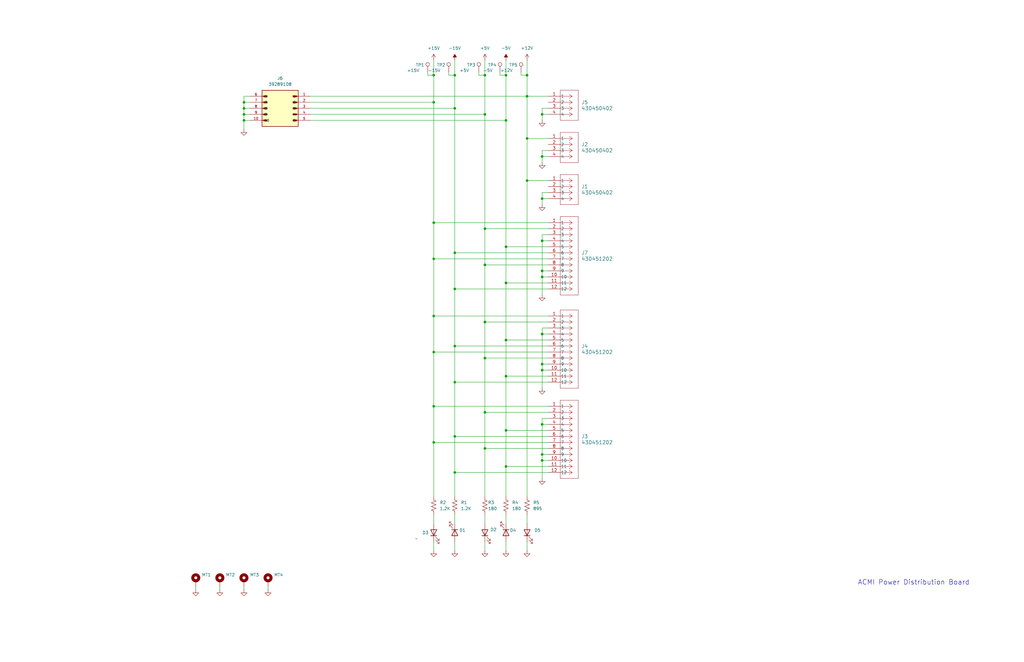
<source format=kicad_sch>
(kicad_sch (version 20250114) (generator "eeschema") (generator_version "9.0")
  (paper "B")
  (lib_symbols
    (symbol "Connector:TestPoint" (pin_numbers (hide yes)) (pin_names (offset 0.762) (hide yes))
      (property "Reference" "TP" (at 0 6.858 0))
      (property "Value" "TestPoint" (at 0 5.08 0))
      (symbol "TestPoint_0_1"
        (circle (center 0 3.302) (radius 0.762))
      )
      (symbol "TestPoint_1_1"
        (pin passive line (at 0 0 90) (length 2.54) (name "1") (number "1"))
      )
    )
    (symbol "Device:LED" (pin_numbers (hide yes)) (pin_names (offset 1.016) (hide yes))
      (property "Reference" "D" (at 0 2.54 0))
      (property "Value" "LED" (at 0 -2.54 0))
      (symbol "LED_0_1"
        (polyline (pts (xy -3.048 -0.762) (xy -4.572 -2.286) (xy -3.81 -2.286) (xy -4.572 -2.286) (xy -4.572 -1.524)))
        (polyline (pts (xy -1.778 -0.762) (xy -3.302 -2.286) (xy -2.54 -2.286) (xy -3.302 -2.286) (xy -3.302 -1.524)))
        (polyline (pts (xy -1.27 0) (xy 1.27 0)))
        (polyline (pts (xy -1.27 -1.27) (xy -1.27 1.27)) (stroke (width 0.254)))
        (polyline (pts (xy 1.27 -1.27) (xy 1.27 1.27) (xy -1.27 0) (xy 1.27 -1.27)) (stroke (width 0.254)))
      )
      (symbol "LED_1_1"
        (pin passive line (at -3.81 0 0) (length 2.54) (name "K") (number "1"))
        (pin passive line (at 3.81 0 180) (length 2.54) (name "A") (number "2"))
      )
    )
    (symbol "Device:R_US" (pin_numbers (hide yes)) (pin_names (offset 0))
      (property "Reference" "R" (at 2.54 0 90))
      (property "Value" "R_US" (at -2.54 0 90))
      (symbol "R_US_0_1"
        (polyline (pts (xy 0 2.286) (xy 0 2.54)))
        (polyline (pts (xy 0 2.286) (xy 1.016 1.905) (xy 0 1.524) (xy -1.016 1.143) (xy 0 0.762)))
        (polyline (pts (xy 0 0.762) (xy 1.016 0.381) (xy 0 0) (xy -1.016 -0.381) (xy 0 -0.762)))
        (polyline (pts (xy 0 -0.762) (xy 1.016 -1.143) (xy 0 -1.524) (xy -1.016 -1.905) (xy 0 -2.286)))
        (polyline (pts (xy 0 -2.286) (xy 0 -2.54)))
      )
      (symbol "R_US_1_1"
        (pin passive line (at 0 3.81 270) (length 1.27) (name "~") (number "1"))
        (pin passive line (at 0 -3.81 90) (length 1.27) (name "~") (number "2"))
      )
    )
    (symbol "Mechanical:MountingHole_Pad" (pin_numbers (hide yes)) (pin_names (offset 1.016) (hide yes)) (in_bom no)
      (property "Reference" "H" (at 0 6.35 0))
      (property "Value" "MountingHole_Pad" (at 0 4.445 0))
      (symbol "MountingHole_Pad_0_1"
        (circle (center 0 1.27) (radius 1.27) (stroke (width 1.27)))
      )
      (symbol "MountingHole_Pad_1_1"
        (pin input line (at 0 -2.54 90) (length 2.54) (name "1") (number "1"))
      )
    )
    (symbol "myparts:39289108" (pin_names (offset 1.016))
      (property "Reference" "J" (at -7.62 8.89 0))
      (property "Value" "39289108" (at -7.62 -10.16 0))
      (symbol "39289108_0_0"
        (polyline (pts (xy -7.62 5.08) (xy -5.715 5.08)) (stroke (width 0.254)))
        (polyline (pts (xy -7.62 2.54) (xy -5.715 2.54)) (stroke (width 0.254)))
        (polyline (pts (xy -7.62 0) (xy -5.715 0)) (stroke (width 0.254)))
        (polyline (pts (xy -7.62 -2.54) (xy -5.715 -2.54)) (stroke (width 0.254)))
        (polyline (pts (xy -7.62 -5.08) (xy -5.715 -5.08)) (stroke (width 0.254)))
        (rectangle (start -7.62 -7.62) (end 7.62 7.62) (stroke (width 0.254)) (fill (type background)))
        (rectangle (start -6.985 4.7625) (end -5.3975 5.3975) (stroke (width 0.1)) (fill (type outline)))
        (rectangle (start -6.985 2.2225) (end -5.3975 2.8575) (stroke (width 0.1)) (fill (type outline)))
        (rectangle (start -6.985 -0.3175) (end -5.3975 0.3175) (stroke (width 0.1)) (fill (type outline)))
        (rectangle (start -6.985 -2.8575) (end -5.3975 -2.2225) (stroke (width 0.1)) (fill (type outline)))
        (rectangle (start -6.985 -5.3975) (end -5.3975 -4.7625) (stroke (width 0.1)) (fill (type outline)))
        (rectangle (start 5.3975 4.7625) (end 6.985 5.3975) (stroke (width 0.1)) (fill (type outline)))
        (rectangle (start 5.3975 2.2225) (end 6.985 2.8575) (stroke (width 0.1)) (fill (type outline)))
        (rectangle (start 5.3975 -0.3175) (end 6.985 0.3175) (stroke (width 0.1)) (fill (type outline)))
        (rectangle (start 5.3975 -2.8575) (end 6.985 -2.2225) (stroke (width 0.1)) (fill (type outline)))
        (rectangle (start 5.3975 -5.3975) (end 6.985 -4.7625) (stroke (width 0.1)) (fill (type outline)))
        (polyline (pts (xy 7.62 5.08) (xy 5.715 5.08)) (stroke (width 0.254)))
        (polyline (pts (xy 7.62 2.54) (xy 5.715 2.54)) (stroke (width 0.254)))
        (polyline (pts (xy 7.62 0) (xy 5.715 0)) (stroke (width 0.254)))
        (polyline (pts (xy 7.62 -2.54) (xy 5.715 -2.54)) (stroke (width 0.254)))
        (polyline (pts (xy 7.62 -5.08) (xy 5.715 -5.08)) (stroke (width 0.254)))
        (pin passive line (at -12.7 5.08 0) (length 5.08) (name "1") (number "1"))
        (pin passive line (at -12.7 2.54 0) (length 5.08) (name "2") (number "2"))
        (pin passive line (at -12.7 0 0) (length 5.08) (name "3") (number "3"))
        (pin passive line (at -12.7 -2.54 0) (length 5.08) (name "4") (number "4"))
        (pin passive line (at -12.7 -5.08 0) (length 5.08) (name "5") (number "5"))
        (pin passive line (at 12.7 5.08 180) (length 5.08) (name "6") (number "6"))
        (pin passive line (at 12.7 2.54 180) (length 5.08) (name "7") (number "7"))
        (pin passive line (at 12.7 0 180) (length 5.08) (name "8") (number "8"))
        (pin passive line (at 12.7 -2.54 180) (length 5.08) (name "9") (number "9"))
        (pin passive line (at 12.7 -5.08 180) (length 5.08) (name "10") (number "10"))
      )
    )
    (symbol "myparts:430450402" (pin_names (offset 0.254))
      (property "Reference" "J" (at 8.89 6.35 0))
      (property "Value" "430450402" (at 0 0 0))
      (symbol "430450402_1_1"
        (polyline (pts (xy 5.08 2.54) (xy 5.08 -10.16)) (stroke (width 0.127)))
        (polyline (pts (xy 5.08 -10.16) (xy 12.7 -10.16)) (stroke (width 0.127)))
        (polyline (pts (xy 10.16 0) (xy 5.08 0)) (stroke (width 0.127)))
        (polyline (pts (xy 10.16 0) (xy 8.89 0.8467)) (stroke (width 0.127)))
        (polyline (pts (xy 10.16 0) (xy 8.89 -0.8467)) (stroke (width 0.127)))
        (polyline (pts (xy 10.16 -2.54) (xy 5.08 -2.54)) (stroke (width 0.127)))
        (polyline (pts (xy 10.16 -2.54) (xy 8.89 -1.6933)) (stroke (width 0.127)))
        (polyline (pts (xy 10.16 -2.54) (xy 8.89 -3.3867)) (stroke (width 0.127)))
        (polyline (pts (xy 10.16 -5.08) (xy 5.08 -5.08)) (stroke (width 0.127)))
        (polyline (pts (xy 10.16 -5.08) (xy 8.89 -4.2333)) (stroke (width 0.127)))
        (polyline (pts (xy 10.16 -5.08) (xy 8.89 -5.9267)) (stroke (width 0.127)))
        (polyline (pts (xy 10.16 -7.62) (xy 5.08 -7.62)) (stroke (width 0.127)))
        (polyline (pts (xy 10.16 -7.62) (xy 8.89 -6.7733)) (stroke (width 0.127)))
        (polyline (pts (xy 10.16 -7.62) (xy 8.89 -8.4667)) (stroke (width 0.127)))
        (polyline (pts (xy 12.7 2.54) (xy 5.08 2.54)) (stroke (width 0.127)))
        (polyline (pts (xy 12.7 -10.16) (xy 12.7 2.54)) (stroke (width 0.127)))
        (pin unspecified line (at 0 0 0) (length 5.08) (name "1") (number "1"))
        (pin unspecified line (at 0 -2.54 0) (length 5.08) (name "2") (number "2"))
        (pin unspecified line (at 0 -5.08 0) (length 5.08) (name "3") (number "3"))
        (pin unspecified line (at 0 -7.62 0) (length 5.08) (name "4") (number "4"))
      )
      (symbol "430450402_1_2"
        (polyline (pts (xy 5.08 2.54) (xy 5.08 -10.16)) (stroke (width 0.127)))
        (polyline (pts (xy 5.08 -10.16) (xy 12.7 -10.16)) (stroke (width 0.127)))
        (polyline (pts (xy 7.62 0) (xy 5.08 0)) (stroke (width 0.127)))
        (polyline (pts (xy 7.62 0) (xy 8.89 0.8467)) (stroke (width 0.127)))
        (polyline (pts (xy 7.62 0) (xy 8.89 -0.8467)) (stroke (width 0.127)))
        (polyline (pts (xy 7.62 -2.54) (xy 5.08 -2.54)) (stroke (width 0.127)))
        (polyline (pts (xy 7.62 -2.54) (xy 8.89 -1.6933)) (stroke (width 0.127)))
        (polyline (pts (xy 7.62 -2.54) (xy 8.89 -3.3867)) (stroke (width 0.127)))
        (polyline (pts (xy 7.62 -5.08) (xy 5.08 -5.08)) (stroke (width 0.127)))
        (polyline (pts (xy 7.62 -5.08) (xy 8.89 -4.2333)) (stroke (width 0.127)))
        (polyline (pts (xy 7.62 -5.08) (xy 8.89 -5.9267)) (stroke (width 0.127)))
        (polyline (pts (xy 7.62 -7.62) (xy 5.08 -7.62)) (stroke (width 0.127)))
        (polyline (pts (xy 7.62 -7.62) (xy 8.89 -6.7733)) (stroke (width 0.127)))
        (polyline (pts (xy 7.62 -7.62) (xy 8.89 -8.4667)) (stroke (width 0.127)))
        (polyline (pts (xy 12.7 2.54) (xy 5.08 2.54)) (stroke (width 0.127)))
        (polyline (pts (xy 12.7 -10.16) (xy 12.7 2.54)) (stroke (width 0.127)))
        (pin unspecified line (at 0 0 0) (length 5.08) (name "1") (number "1"))
        (pin unspecified line (at 0 -2.54 0) (length 5.08) (name "2") (number "2"))
        (pin unspecified line (at 0 -5.08 0) (length 5.08) (name "3") (number "3"))
        (pin unspecified line (at 0 -7.62 0) (length 5.08) (name "4") (number "4"))
      )
    )
    (symbol "myparts:430451202" (pin_names (offset 0.254))
      (property "Reference" "J" (at 8.89 6.35 0))
      (property "Value" "430451202" (at 0 0 0))
      (symbol "430451202_1_1"
        (polyline (pts (xy 5.08 2.54) (xy 5.08 -30.48)) (stroke (width 0.127)))
        (polyline (pts (xy 5.08 -30.48) (xy 12.7 -30.48)) (stroke (width 0.127)))
        (polyline (pts (xy 10.16 0) (xy 5.08 0)) (stroke (width 0.127)))
        (polyline (pts (xy 10.16 0) (xy 8.89 0.8467)) (stroke (width 0.127)))
        (polyline (pts (xy 10.16 0) (xy 8.89 -0.8467)) (stroke (width 0.127)))
        (polyline (pts (xy 10.16 -2.54) (xy 5.08 -2.54)) (stroke (width 0.127)))
        (polyline (pts (xy 10.16 -2.54) (xy 8.89 -1.6933)) (stroke (width 0.127)))
        (polyline (pts (xy 10.16 -2.54) (xy 8.89 -3.3867)) (stroke (width 0.127)))
        (polyline (pts (xy 10.16 -5.08) (xy 5.08 -5.08)) (stroke (width 0.127)))
        (polyline (pts (xy 10.16 -5.08) (xy 8.89 -4.2333)) (stroke (width 0.127)))
        (polyline (pts (xy 10.16 -5.08) (xy 8.89 -5.9267)) (stroke (width 0.127)))
        (polyline (pts (xy 10.16 -7.62) (xy 5.08 -7.62)) (stroke (width 0.127)))
        (polyline (pts (xy 10.16 -7.62) (xy 8.89 -6.7733)) (stroke (width 0.127)))
        (polyline (pts (xy 10.16 -7.62) (xy 8.89 -8.4667)) (stroke (width 0.127)))
        (polyline (pts (xy 10.16 -10.16) (xy 5.08 -10.16)) (stroke (width 0.127)))
        (polyline (pts (xy 10.16 -10.16) (xy 8.89 -9.3133)) (stroke (width 0.127)))
        (polyline (pts (xy 10.16 -10.16) (xy 8.89 -11.0067)) (stroke (width 0.127)))
        (polyline (pts (xy 10.16 -12.7) (xy 5.08 -12.7)) (stroke (width 0.127)))
        (polyline (pts (xy 10.16 -12.7) (xy 8.89 -11.8533)) (stroke (width 0.127)))
        (polyline (pts (xy 10.16 -12.7) (xy 8.89 -13.5467)) (stroke (width 0.127)))
        (polyline (pts (xy 10.16 -15.24) (xy 5.08 -15.24)) (stroke (width 0.127)))
        (polyline (pts (xy 10.16 -15.24) (xy 8.89 -14.3933)) (stroke (width 0.127)))
        (polyline (pts (xy 10.16 -15.24) (xy 8.89 -16.0867)) (stroke (width 0.127)))
        (polyline (pts (xy 10.16 -17.78) (xy 5.08 -17.78)) (stroke (width 0.127)))
        (polyline (pts (xy 10.16 -17.78) (xy 8.89 -16.9333)) (stroke (width 0.127)))
        (polyline (pts (xy 10.16 -17.78) (xy 8.89 -18.6267)) (stroke (width 0.127)))
        (polyline (pts (xy 10.16 -20.32) (xy 5.08 -20.32)) (stroke (width 0.127)))
        (polyline (pts (xy 10.16 -20.32) (xy 8.89 -19.4733)) (stroke (width 0.127)))
        (polyline (pts (xy 10.16 -20.32) (xy 8.89 -21.1667)) (stroke (width 0.127)))
        (polyline (pts (xy 10.16 -22.86) (xy 5.08 -22.86)) (stroke (width 0.127)))
        (polyline (pts (xy 10.16 -22.86) (xy 8.89 -22.0133)) (stroke (width 0.127)))
        (polyline (pts (xy 10.16 -22.86) (xy 8.89 -23.7067)) (stroke (width 0.127)))
        (polyline (pts (xy 10.16 -25.4) (xy 5.08 -25.4)) (stroke (width 0.127)))
        (polyline (pts (xy 10.16 -25.4) (xy 8.89 -24.5533)) (stroke (width 0.127)))
        (polyline (pts (xy 10.16 -25.4) (xy 8.89 -26.2467)) (stroke (width 0.127)))
        (polyline (pts (xy 10.16 -27.94) (xy 5.08 -27.94)) (stroke (width 0.127)))
        (polyline (pts (xy 10.16 -27.94) (xy 8.89 -27.0933)) (stroke (width 0.127)))
        (polyline (pts (xy 10.16 -27.94) (xy 8.89 -28.7867)) (stroke (width 0.127)))
        (polyline (pts (xy 12.7 2.54) (xy 5.08 2.54)) (stroke (width 0.127)))
        (polyline (pts (xy 12.7 -30.48) (xy 12.7 2.54)) (stroke (width 0.127)))
        (pin unspecified line (at 0 0 0) (length 5.08) (name "1") (number "1"))
        (pin unspecified line (at 0 -2.54 0) (length 5.08) (name "2") (number "2"))
        (pin unspecified line (at 0 -5.08 0) (length 5.08) (name "3") (number "3"))
        (pin unspecified line (at 0 -7.62 0) (length 5.08) (name "4") (number "4"))
        (pin unspecified line (at 0 -10.16 0) (length 5.08) (name "5") (number "5"))
        (pin unspecified line (at 0 -12.7 0) (length 5.08) (name "6") (number "6"))
        (pin unspecified line (at 0 -15.24 0) (length 5.08) (name "7") (number "7"))
        (pin unspecified line (at 0 -17.78 0) (length 5.08) (name "8") (number "8"))
        (pin unspecified line (at 0 -20.32 0) (length 5.08) (name "9") (number "9"))
        (pin unspecified line (at 0 -22.86 0) (length 5.08) (name "10") (number "10"))
        (pin unspecified line (at 0 -25.4 0) (length 5.08) (name "11") (number "11"))
        (pin unspecified line (at 0 -27.94 0) (length 5.08) (name "12") (number "12"))
      )
      (symbol "430451202_1_2"
        (polyline (pts (xy 5.08 2.54) (xy 5.08 -30.48)) (stroke (width 0.127)))
        (polyline (pts (xy 5.08 -30.48) (xy 12.7 -30.48)) (stroke (width 0.127)))
        (polyline (pts (xy 7.62 0) (xy 5.08 0)) (stroke (width 0.127)))
        (polyline (pts (xy 7.62 0) (xy 8.89 0.8467)) (stroke (width 0.127)))
        (polyline (pts (xy 7.62 0) (xy 8.89 -0.8467)) (stroke (width 0.127)))
        (polyline (pts (xy 7.62 -2.54) (xy 5.08 -2.54)) (stroke (width 0.127)))
        (polyline (pts (xy 7.62 -2.54) (xy 8.89 -1.6933)) (stroke (width 0.127)))
        (polyline (pts (xy 7.62 -2.54) (xy 8.89 -3.3867)) (stroke (width 0.127)))
        (polyline (pts (xy 7.62 -5.08) (xy 5.08 -5.08)) (stroke (width 0.127)))
        (polyline (pts (xy 7.62 -5.08) (xy 8.89 -4.2333)) (stroke (width 0.127)))
        (polyline (pts (xy 7.62 -5.08) (xy 8.89 -5.9267)) (stroke (width 0.127)))
        (polyline (pts (xy 7.62 -7.62) (xy 5.08 -7.62)) (stroke (width 0.127)))
        (polyline (pts (xy 7.62 -7.62) (xy 8.89 -6.7733)) (stroke (width 0.127)))
        (polyline (pts (xy 7.62 -7.62) (xy 8.89 -8.4667)) (stroke (width 0.127)))
        (polyline (pts (xy 7.62 -10.16) (xy 5.08 -10.16)) (stroke (width 0.127)))
        (polyline (pts (xy 7.62 -10.16) (xy 8.89 -9.3133)) (stroke (width 0.127)))
        (polyline (pts (xy 7.62 -10.16) (xy 8.89 -11.0067)) (stroke (width 0.127)))
        (polyline (pts (xy 7.62 -12.7) (xy 5.08 -12.7)) (stroke (width 0.127)))
        (polyline (pts (xy 7.62 -12.7) (xy 8.89 -11.8533)) (stroke (width 0.127)))
        (polyline (pts (xy 7.62 -12.7) (xy 8.89 -13.5467)) (stroke (width 0.127)))
        (polyline (pts (xy 7.62 -15.24) (xy 5.08 -15.24)) (stroke (width 0.127)))
        (polyline (pts (xy 7.62 -15.24) (xy 8.89 -14.3933)) (stroke (width 0.127)))
        (polyline (pts (xy 7.62 -15.24) (xy 8.89 -16.0867)) (stroke (width 0.127)))
        (polyline (pts (xy 7.62 -17.78) (xy 5.08 -17.78)) (stroke (width 0.127)))
        (polyline (pts (xy 7.62 -17.78) (xy 8.89 -16.9333)) (stroke (width 0.127)))
        (polyline (pts (xy 7.62 -17.78) (xy 8.89 -18.6267)) (stroke (width 0.127)))
        (polyline (pts (xy 7.62 -20.32) (xy 5.08 -20.32)) (stroke (width 0.127)))
        (polyline (pts (xy 7.62 -20.32) (xy 8.89 -19.4733)) (stroke (width 0.127)))
        (polyline (pts (xy 7.62 -20.32) (xy 8.89 -21.1667)) (stroke (width 0.127)))
        (polyline (pts (xy 7.62 -22.86) (xy 5.08 -22.86)) (stroke (width 0.127)))
        (polyline (pts (xy 7.62 -22.86) (xy 8.89 -22.0133)) (stroke (width 0.127)))
        (polyline (pts (xy 7.62 -22.86) (xy 8.89 -23.7067)) (stroke (width 0.127)))
        (polyline (pts (xy 7.62 -25.4) (xy 5.08 -25.4)) (stroke (width 0.127)))
        (polyline (pts (xy 7.62 -25.4) (xy 8.89 -24.5533)) (stroke (width 0.127)))
        (polyline (pts (xy 7.62 -25.4) (xy 8.89 -26.2467)) (stroke (width 0.127)))
        (polyline (pts (xy 7.62 -27.94) (xy 5.08 -27.94)) (stroke (width 0.127)))
        (polyline (pts (xy 7.62 -27.94) (xy 8.89 -27.0933)) (stroke (width 0.127)))
        (polyline (pts (xy 7.62 -27.94) (xy 8.89 -28.7867)) (stroke (width 0.127)))
        (polyline (pts (xy 12.7 2.54) (xy 5.08 2.54)) (stroke (width 0.127)))
        (polyline (pts (xy 12.7 -30.48) (xy 12.7 2.54)) (stroke (width 0.127)))
        (pin unspecified line (at 0 0 0) (length 5.08) (name "1") (number "1"))
        (pin unspecified line (at 0 -2.54 0) (length 5.08) (name "2") (number "2"))
        (pin unspecified line (at 0 -5.08 0) (length 5.08) (name "3") (number "3"))
        (pin unspecified line (at 0 -7.62 0) (length 5.08) (name "4") (number "4"))
        (pin unspecified line (at 0 -10.16 0) (length 5.08) (name "5") (number "5"))
        (pin unspecified line (at 0 -12.7 0) (length 5.08) (name "6") (number "6"))
        (pin unspecified line (at 0 -15.24 0) (length 5.08) (name "7") (number "7"))
        (pin unspecified line (at 0 -17.78 0) (length 5.08) (name "8") (number "8"))
        (pin unspecified line (at 0 -20.32 0) (length 5.08) (name "9") (number "9"))
        (pin unspecified line (at 0 -22.86 0) (length 5.08) (name "10") (number "10"))
        (pin unspecified line (at 0 -25.4 0) (length 5.08) (name "11") (number "11"))
        (pin unspecified line (at 0 -27.94 0) (length 5.08) (name "12") (number "12"))
      )
    )
    (symbol "myparts:LED-0805" (pin_numbers (hide yes)) (pin_names (offset 1.016) (hide yes))
      (property "Reference" "D" (at 0 2.54 0))
      (property "Value" "LED-0805" (at 0 -2.54 0))
      (symbol "LED-0805_0_1"
        (polyline (pts (xy -3.048 -0.762) (xy -4.572 -2.286) (xy -3.81 -2.286) (xy -4.572 -2.286) (xy -4.572 -1.524)))
        (polyline (pts (xy -1.778 -0.762) (xy -3.302 -2.286) (xy -2.54 -2.286) (xy -3.302 -2.286) (xy -3.302 -1.524)))
        (polyline (pts (xy -1.27 0) (xy 1.27 0)))
        (polyline (pts (xy -1.27 -1.27) (xy -1.27 1.27)) (stroke (width 0.254)))
        (polyline (pts (xy 1.27 -1.27) (xy 1.27 1.27) (xy -1.27 0) (xy 1.27 -1.27)) (stroke (width 0.254)))
      )
      (symbol "LED-0805_1_1"
        (pin passive line (at -3.81 0 0) (length 2.54) (name "K") (number "1"))
        (pin passive line (at 3.81 0 180) (length 2.54) (name "A") (number "2"))
      )
    )
    (symbol "power:+12V" (power) (pin_numbers (hide yes)) (pin_names (offset 0) (hide yes))
      (property "Value" "+12V" (at 0 3.556 0))
      (symbol "+12V_0_1"
        (polyline (pts (xy -0.762 1.27) (xy 0 2.54)))
        (polyline (pts (xy 0 2.54) (xy 0.762 1.27)))
        (polyline (pts (xy 0 0) (xy 0 2.54)))
      )
      (symbol "+12V_1_1"
        (pin power_in line (at 0 0 90) (length 0) (name "~") (number "1"))
      )
    )
    (symbol "power:+15V" (power) (pin_numbers (hide yes)) (pin_names (offset 0) (hide yes))
      (property "Value" "+15V" (at 0 3.556 0))
      (symbol "+15V_0_1"
        (polyline (pts (xy -0.762 1.27) (xy 0 2.54)))
        (polyline (pts (xy 0 2.54) (xy 0.762 1.27)))
        (polyline (pts (xy 0 0) (xy 0 2.54)))
      )
      (symbol "+15V_1_1"
        (pin power_in line (at 0 0 90) (length 0) (name "~") (number "1"))
      )
    )
    (symbol "power:+5V" (power) (pin_numbers (hide yes)) (pin_names (offset 0) (hide yes))
      (property "Value" "+5V" (at 0 3.556 0))
      (symbol "+5V_0_1"
        (polyline (pts (xy -0.762 1.27) (xy 0 2.54)))
        (polyline (pts (xy 0 2.54) (xy 0.762 1.27)))
        (polyline (pts (xy 0 0) (xy 0 2.54)))
      )
      (symbol "+5V_1_1"
        (pin power_in line (at 0 0 90) (length 0) (name "~") (number "1"))
      )
    )
    (symbol "power:-15V" (power) (pin_numbers (hide yes)) (pin_names (offset 0) (hide yes))
      (property "Value" "-15V" (at 0 3.556 0))
      (symbol "-15V_0_0"
        (pin power_in line (at 0 0 90) (length 0) (name "~") (number "1"))
      )
      (symbol "-15V_0_1"
        (polyline (pts (xy 0 0) (xy 0 1.27) (xy 0.762 1.27) (xy 0 2.54) (xy -0.762 1.27) (xy 0 1.27)) (fill (type outline)))
      )
    )
    (symbol "power:-5V" (power) (pin_numbers (hide yes)) (pin_names (offset 0) (hide yes))
      (property "Value" "-5V" (at 0 3.556 0))
      (symbol "-5V_0_0"
        (pin power_in line (at 0 0 90) (length 0) (name "~") (number "1"))
      )
      (symbol "-5V_0_1"
        (polyline (pts (xy 0 0) (xy 0 1.27) (xy 0.762 1.27) (xy 0 2.54) (xy -0.762 1.27) (xy 0 1.27)) (fill (type outline)))
      )
    )
    (symbol "power:GND" (power) (pin_numbers (hide yes)) (pin_names (offset 0) (hide yes))
      (property "Value" "GND" (at 0 -3.81 0))
      (symbol "GND_0_1"
        (polyline (pts (xy 0 0) (xy 0 -1.27) (xy 1.27 -1.27) (xy 0 -2.54) (xy -1.27 -1.27) (xy 0 -1.27)))
      )
      (symbol "GND_1_1"
        (pin power_in line (at 0 0 270) (length 0) (name "~") (number "1"))
      )
    )
  )
  (text "ACMI Power Distribution Board" (at 385.318 245.872 0) (effects (font (size 2.032 2.032))))
  (junction (at 182.88 186.69))
  (junction (at 222.25 31.75))
  (junction (at 182.88 148.59))
  (junction (at 213.36 31.75))
  (junction (at 102.87 48.26))
  (junction (at 228.6 114.3))
  (junction (at 204.47 135.89))
  (junction (at 204.47 151.13))
  (junction (at 191.77 106.68))
  (junction (at 228.6 140.97))
  (junction (at 191.77 199.39))
  (junction (at 228.6 156.21))
  (junction (at 213.36 143.51))
  (junction (at 191.77 184.15))
  (junction (at 102.87 45.72))
  (junction (at 204.47 173.99))
  (junction (at 182.88 93.98))
  (junction (at 191.77 31.75))
  (junction (at 213.36 104.14))
  (junction (at 228.6 48.26))
  (junction (at 228.6 83.82))
  (junction (at 213.36 158.75))
  (junction (at 191.77 146.05))
  (junction (at 228.6 153.67))
  (junction (at 213.36 50.8))
  (junction (at 228.6 66.04))
  (junction (at 228.6 194.31))
  (junction (at 204.47 96.52))
  (junction (at 222.25 58.42))
  (junction (at 213.36 119.38))
  (junction (at 102.87 43.18))
  (junction (at 204.47 48.26))
  (junction (at 182.88 133.35))
  (junction (at 228.6 179.07))
  (junction (at 222.25 76.2))
  (junction (at 182.88 171.45))
  (junction (at 204.47 189.23))
  (junction (at 228.6 191.77))
  (junction (at 102.87 50.8))
  (junction (at 182.88 43.18))
  (junction (at 191.77 121.92))
  (junction (at 191.77 45.72))
  (junction (at 213.36 196.85))
  (junction (at 191.77 161.29))
  (junction (at 228.6 101.6))
  (junction (at 182.88 109.22))
  (junction (at 222.25 40.64))
  (junction (at 182.88 31.75))
  (junction (at 228.6 116.84))
  (junction (at 204.47 111.76))
  (junction (at 204.47 31.75))
  (junction (at 213.36 181.61))
  (wire (pts (xy 228.6 194.31) (xy 231.14 194.31)))
  (wire (pts (xy 231.14 111.76) (xy 204.47 111.76)))
  (wire (pts (xy 231.14 81.28) (xy 228.6 81.28)))
  (wire (pts (xy 102.87 43.18) (xy 105.41 43.18)))
  (wire (pts (xy 228.6 116.84) (xy 228.6 124.46)))
  (wire (pts (xy 228.6 194.31) (xy 228.6 201.93)))
  (wire (pts (xy 191.77 161.29) (xy 191.77 184.15)))
  (wire (pts (xy 102.87 48.26) (xy 102.87 50.8)))
  (wire (pts (xy 182.88 220.98) (xy 182.88 217.17)))
  (wire (pts (xy 231.14 158.75) (xy 213.36 158.75)))
  (wire (pts (xy 228.6 191.77) (xy 228.6 194.31)))
  (wire (pts (xy 213.36 31.75) (xy 213.36 50.8)))
  (wire (pts (xy 82.55 248.92) (xy 82.55 247.65)))
  (wire (pts (xy 231.14 148.59) (xy 182.88 148.59)))
  (wire (pts (xy 228.6 140.97) (xy 228.6 153.67)))
  (wire (pts (xy 204.47 31.75) (xy 204.47 48.26)))
  (wire (pts (xy 219.71 31.75) (xy 222.25 31.75)))
  (wire (pts (xy 191.77 199.39) (xy 191.77 209.55)))
  (wire (pts (xy 204.47 232.41) (xy 204.47 228.6)))
  (wire (pts (xy 182.88 148.59) (xy 182.88 171.45)))
  (wire (pts (xy 191.77 232.41) (xy 191.77 228.6)))
  (wire (pts (xy 228.6 114.3) (xy 228.6 116.84)))
  (wire (pts (xy 180.34 30.48) (xy 180.34 31.75)))
  (wire (pts (xy 191.77 31.75) (xy 191.77 45.72)))
  (wire (pts (xy 92.71 248.92) (xy 92.71 247.65)))
  (wire (pts (xy 231.14 184.15) (xy 191.77 184.15)))
  (wire (pts (xy 213.36 158.75) (xy 213.36 181.61)))
  (wire (pts (xy 228.6 156.21) (xy 231.14 156.21)))
  (wire (pts (xy 204.47 220.98) (xy 204.47 217.17)))
  (wire (pts (xy 231.14 93.98) (xy 182.88 93.98)))
  (wire (pts (xy 189.23 30.48) (xy 189.23 31.75)))
  (wire (pts (xy 191.77 45.72) (xy 191.77 106.68)))
  (wire (pts (xy 228.6 153.67) (xy 228.6 156.21)))
  (wire (pts (xy 130.81 50.8) (xy 213.36 50.8)))
  (wire (pts (xy 222.25 220.98) (xy 222.25 217.17)))
  (wire (pts (xy 231.14 76.2) (xy 222.25 76.2)))
  (wire (pts (xy 201.93 30.48) (xy 201.93 31.75)))
  (wire (pts (xy 213.36 119.38) (xy 213.36 143.51)))
  (wire (pts (xy 231.14 138.43) (xy 228.6 138.43)))
  (wire (pts (xy 204.47 96.52) (xy 231.14 96.52)))
  (wire (pts (xy 228.6 114.3) (xy 231.14 114.3)))
  (wire (pts (xy 228.6 140.97) (xy 231.14 140.97)))
  (wire (pts (xy 105.41 40.64) (xy 102.87 40.64)))
  (wire (pts (xy 182.88 109.22) (xy 182.88 133.35)))
  (wire (pts (xy 189.23 31.75) (xy 191.77 31.75)))
  (wire (pts (xy 222.25 76.2) (xy 222.25 58.42)))
  (wire (pts (xy 180.34 31.75) (xy 182.88 31.75)))
  (wire (pts (xy 204.47 96.52) (xy 204.47 111.76)))
  (wire (pts (xy 222.25 76.2) (xy 222.25 209.55)))
  (wire (pts (xy 228.6 45.72) (xy 228.6 48.26)))
  (wire (pts (xy 228.6 101.6) (xy 228.6 114.3)))
  (wire (pts (xy 182.88 43.18) (xy 182.88 93.98)))
  (wire (pts (xy 204.47 173.99) (xy 231.14 173.99)))
  (wire (pts (xy 182.88 186.69) (xy 182.88 171.45)))
  (wire (pts (xy 219.71 30.48) (xy 219.71 31.75)))
  (wire (pts (xy 231.14 196.85) (xy 213.36 196.85)))
  (wire (pts (xy 231.14 133.35) (xy 182.88 133.35)))
  (wire (pts (xy 102.87 45.72) (xy 105.41 45.72)))
  (wire (pts (xy 102.87 40.64) (xy 102.87 43.18)))
  (wire (pts (xy 228.6 179.07) (xy 231.14 179.07)))
  (wire (pts (xy 228.6 179.07) (xy 228.6 191.77)))
  (wire (pts (xy 182.88 25.4) (xy 182.88 31.75)))
  (wire (pts (xy 204.47 111.76) (xy 204.47 135.89)))
  (wire (pts (xy 228.6 83.82) (xy 228.6 86.36)))
  (wire (pts (xy 228.6 153.67) (xy 231.14 153.67)))
  (wire (pts (xy 228.6 138.43) (xy 228.6 140.97)))
  (wire (pts (xy 231.14 146.05) (xy 191.77 146.05)))
  (wire (pts (xy 130.81 48.26) (xy 204.47 48.26)))
  (wire (pts (xy 191.77 199.39) (xy 191.77 184.15)))
  (wire (pts (xy 228.6 48.26) (xy 228.6 50.8)))
  (wire (pts (xy 231.14 119.38) (xy 213.36 119.38)))
  (wire (pts (xy 204.47 173.99) (xy 204.47 189.23)))
  (wire (pts (xy 231.14 176.53) (xy 228.6 176.53)))
  (wire (pts (xy 231.14 199.39) (xy 191.77 199.39)))
  (wire (pts (xy 213.36 104.14) (xy 213.36 119.38)))
  (wire (pts (xy 231.14 121.92) (xy 191.77 121.92)))
  (wire (pts (xy 102.87 43.18) (xy 102.87 45.72)))
  (wire (pts (xy 228.6 99.06) (xy 228.6 101.6)))
  (wire (pts (xy 113.03 248.92) (xy 113.03 247.65)))
  (wire (pts (xy 102.87 48.26) (xy 105.41 48.26)))
  (wire (pts (xy 130.81 45.72) (xy 191.77 45.72)))
  (wire (pts (xy 102.87 45.72) (xy 102.87 48.26)))
  (wire (pts (xy 231.14 83.82) (xy 228.6 83.82)))
  (wire (pts (xy 102.87 50.8) (xy 105.41 50.8)))
  (wire (pts (xy 130.81 40.64) (xy 222.25 40.64)))
  (wire (pts (xy 231.14 45.72) (xy 228.6 45.72)))
  (wire (pts (xy 222.25 25.4) (xy 222.25 31.75)))
  (wire (pts (xy 231.14 58.42) (xy 222.25 58.42)))
  (wire (pts (xy 182.88 232.41) (xy 182.88 228.6)))
  (wire (pts (xy 201.93 31.75) (xy 204.47 31.75)))
  (wire (pts (xy 228.6 176.53) (xy 228.6 179.07)))
  (wire (pts (xy 231.14 106.68) (xy 191.77 106.68)))
  (wire (pts (xy 213.36 196.85) (xy 213.36 209.55)))
  (wire (pts (xy 204.47 189.23) (xy 204.47 209.55)))
  (wire (pts (xy 210.82 30.48) (xy 210.82 31.75)))
  (wire (pts (xy 210.82 31.75) (xy 213.36 31.75)))
  (wire (pts (xy 191.77 121.92) (xy 191.77 146.05)))
  (wire (pts (xy 102.87 50.8) (xy 102.87 54.61)))
  (wire (pts (xy 228.6 116.84) (xy 231.14 116.84)))
  (wire (pts (xy 222.25 58.42) (xy 222.25 40.64)))
  (wire (pts (xy 231.14 66.04) (xy 228.6 66.04)))
  (wire (pts (xy 213.36 158.75) (xy 213.36 143.51)))
  (wire (pts (xy 231.14 143.51) (xy 213.36 143.51)))
  (wire (pts (xy 191.77 106.68) (xy 191.77 121.92)))
  (wire (pts (xy 182.88 148.59) (xy 182.88 133.35)))
  (wire (pts (xy 231.14 161.29) (xy 191.77 161.29)))
  (wire (pts (xy 204.47 48.26) (xy 204.47 96.52)))
  (wire (pts (xy 222.25 232.41) (xy 222.25 228.6)))
  (wire (pts (xy 213.36 50.8) (xy 213.36 104.14)))
  (wire (pts (xy 228.6 191.77) (xy 231.14 191.77)))
  (wire (pts (xy 182.88 93.98) (xy 182.88 109.22)))
  (wire (pts (xy 228.6 101.6) (xy 231.14 101.6)))
  (wire (pts (xy 222.25 40.64) (xy 231.14 40.64)))
  (wire (pts (xy 191.77 220.98) (xy 191.77 217.17)))
  (wire (pts (xy 222.25 31.75) (xy 222.25 40.64)))
  (wire (pts (xy 204.47 135.89) (xy 231.14 135.89)))
  (wire (pts (xy 228.6 156.21) (xy 228.6 163.83)))
  (wire (pts (xy 231.14 109.22) (xy 182.88 109.22)))
  (wire (pts (xy 213.36 232.41) (xy 213.36 228.6)))
  (wire (pts (xy 204.47 135.89) (xy 204.47 151.13)))
  (wire (pts (xy 231.14 171.45) (xy 182.88 171.45)))
  (wire (pts (xy 228.6 81.28) (xy 228.6 83.82)))
  (wire (pts (xy 102.87 248.92) (xy 102.87 247.65)))
  (wire (pts (xy 213.36 31.75) (xy 213.36 25.4)))
  (wire (pts (xy 213.36 196.85) (xy 213.36 181.61)))
  (wire (pts (xy 231.14 63.5) (xy 228.6 63.5)))
  (wire (pts (xy 191.77 161.29) (xy 191.77 146.05)))
  (wire (pts (xy 231.14 48.26) (xy 228.6 48.26)))
  (wire (pts (xy 231.14 186.69) (xy 182.88 186.69)))
  (wire (pts (xy 231.14 181.61) (xy 213.36 181.61)))
  (wire (pts (xy 231.14 189.23) (xy 204.47 189.23)))
  (wire (pts (xy 182.88 186.69) (xy 182.88 209.55)))
  (wire (pts (xy 191.77 31.75) (xy 191.77 25.4)))
  (wire (pts (xy 130.81 43.18) (xy 182.88 43.18)))
  (wire (pts (xy 204.47 25.4) (xy 204.47 31.75)))
  (wire (pts (xy 231.14 151.13) (xy 204.47 151.13)))
  (wire (pts (xy 231.14 104.14) (xy 213.36 104.14)))
  (wire (pts (xy 228.6 66.04) (xy 228.6 68.58)))
  (wire (pts (xy 231.14 99.06) (xy 228.6 99.06)))
  (wire (pts (xy 213.36 220.98) (xy 213.36 217.17)))
  (wire (pts (xy 182.88 31.75) (xy 182.88 43.18)))
  (wire (pts (xy 204.47 151.13) (xy 204.47 173.99)))
  (wire (pts (xy 228.6 63.5) (xy 228.6 66.04)))
  (symbol (lib_id "myparts:430451202") (at 231.14 171.45 0) (unit 1)
    (property "Reference" "J3" (at 245.11 184.1499 0) (effects (font (size 1.524 1.524)) (justify left)))
    (property "Value" "430451202" (at 245.11 186.6899 0) (effects (font (size 1.524 1.524)) (justify left)))
    (property "Footprint" "myparts:CONN_SD-43045-001_12_MOL" (effects (hide yes)))
    (property "Datasheet" "https://www.molex.com/en-us/products/part-detail-pdf/430451202?display=pdf" (effects (hide yes)))
    (property "MFG" "Molex" (effects (hide yes)))
    (property "MFG_PN" "43045-1202" (effects (hide yes)))
  )
  (symbol (lib_id "power:+15V") (at 182.88 25.4 0) (unit 1)
    (property "Reference" "#PWR05" (effects (hide yes)))
    (property "Value" "+15V" (at 182.88 20.32 0))
    (property "Description" "Power symbol creates a global label with name \"+15V\"" (effects (hide yes)))
  )
  (symbol (lib_id "power:-15V") (at 191.77 25.4 0) (unit 1)
    (property "Reference" "#PWR08" (effects (hide yes)))
    (property "Value" "-15V" (at 191.77 20.32 0))
    (property "Description" "Power symbol creates a global label with name \"-15V\"" (effects (hide yes)))
  )
  (symbol (lib_id "Mechanical:MountingHole_Pad") (at 92.71 245.11 0) (unit 1) (in_bom no)
    (property "Reference" "MT2" (at 95.25 242.5699 0) (effects (justify left)))
    (property "Value" "MountingHole_Pad" (effects (hide yes)))
    (property "Footprint" "MountingHole:MountingHole_4.3mm_M4_DIN965_Pad" (effects (hide yes)))
    (property "Description" "Mounting Hole with connection" (effects (hide yes)))
  )
  (symbol (lib_id "Mechanical:MountingHole_Pad") (at 102.87 245.11 0) (unit 1) (in_bom no)
    (property "Reference" "MT3" (at 105.41 242.5699 0) (effects (justify left)))
    (property "Value" "MountingHole_Pad" (effects (hide yes)))
    (property "Footprint" "MountingHole:MountingHole_4.3mm_M4_DIN965_Pad" (effects (hide yes)))
    (property "Description" "Mounting Hole with connection" (effects (hide yes)))
  )
  (symbol (lib_id "Device:R_US") (at 191.77 213.36 0) (unit 1)
    (property "Reference" "R1" (at 194.31 212.0899 0) (effects (justify left)))
    (property "Value" "1.2K" (at 194.31 214.6299 0) (effects (justify left)))
    (property "Footprint" "Resistor_SMD:R_0603_1608Metric" (effects (hide yes)))
    (property "Description" "Resistor, US symbol" (effects (hide yes)))
  )
  (symbol (lib_id "power:GND") (at 182.88 232.41 0) (unit 1)
    (property "Reference" "#PWR017" (effects (hide yes)))
    (property "Value" "GND" (effects (hide yes)))
    (property "Description" "Power symbol creates a global label with name \"GND\" , ground" (effects (hide yes)))
  )
  (symbol (lib_id "power:GND") (at 213.36 232.41 0) (unit 1)
    (property "Reference" "#PWR019" (effects (hide yes)))
    (property "Value" "GND" (effects (hide yes)))
    (property "Description" "Power symbol creates a global label with name \"GND\" , ground" (effects (hide yes)))
  )
  (symbol (lib_id "power:GND") (at 228.6 201.93 0) (unit 1)
    (property "Reference" "#PWR010" (effects (hide yes)))
    (property "Value" "GND" (effects (hide yes)))
    (property "Description" "Power symbol creates a global label with name \"GND\" , ground" (effects (hide yes)))
  )
  (symbol (lib_id "power:GND") (at 228.6 163.83 0) (unit 1)
    (property "Reference" "#PWR09" (effects (hide yes)))
    (property "Value" "GND" (effects (hide yes)))
    (property "Description" "Power symbol creates a global label with name \"GND\" , ground" (effects (hide yes)))
  )
  (symbol (lib_id "Mechanical:MountingHole_Pad") (at 82.55 245.11 0) (unit 1) (in_bom no)
    (property "Reference" "MT1" (at 85.09 242.5699 0) (effects (justify left)))
    (property "Value" "MountingHole_Pad" (effects (hide yes)))
    (property "Footprint" "MountingHole:MountingHole_4.3mm_M4_DIN965_Pad" (effects (hide yes)))
    (property "Description" "Mounting Hole with connection" (effects (hide yes)))
  )
  (symbol (lib_id "Device:R_US") (at 204.47 213.36 0) (unit 1)
    (property "Reference" "R3" (at 205.74 212.0899 0) (effects (justify left)))
    (property "Value" "180" (at 205.74 214.6299 0) (effects (justify left)))
    (property "Footprint" "Resistor_SMD:R_0603_1608Metric" (effects (hide yes)))
    (property "Description" "Resistor, US symbol" (effects (hide yes)))
  )
  (symbol (lib_id "myparts:39289108") (at 118.11 45.72 0) (mirror y) (unit 1)
    (property "Reference" "J6" (at 118.11 33.02 0))
    (property "Value" "39289108" (at 118.11 35.56 0))
    (property "Footprint" "myparts:MOLEX_39289108" (effects (hide yes)))
    (property "MF" "Molex" (effects (hide yes)))
    (property "MAXIMUM_PACKAGE_HEIGHT" "12.80mm" (effects (hide yes)))
    (property "Package" "None" (effects (hide yes)))
    (property "Price" "None" (effects (hide yes)))
    (property "Check_prices" "https://www.snapeda.com/parts/39289108/Molex/view-part/?ref=eda" (effects (hide yes)))
    (property "STANDARD" "Manufacturer Recommendations" (effects (hide yes)))
    (property "PARTREV" "A1" (effects (hide yes)))
    (property "SnapEDA_Link" "https://www.snapeda.com/parts/39289108/Molex/view-part/?ref=snap" (effects (hide yes)))
    (property "MP" "39289108" (effects (hide yes)))
    (property "Description_1" "Conn Wire to Board HDR 10Power POS 4.2mm Solder ST Top Entry Thru-Hole Tray" (effects (hide yes)))
    (property "Availability" "In Stock" (effects (hide yes)))
    (property "MANUFACTURER" "Molex" (effects (hide yes)))
  )
  (symbol (lib_id "power:-5V") (at 213.36 25.4 0) (unit 1)
    (property "Reference" "#PWR07" (effects (hide yes)))
    (property "Value" "-5V" (at 213.36 20.32 0))
    (property "Description" "Power symbol creates a global label with name \"-5V\"" (effects (hide yes)))
  )
  (symbol (lib_id "Connector:TestPoint") (at 189.23 30.48 0) (unit 1)
    (property "Reference" "TP2" (at 184.15 27.432 0) (effects (justify left)))
    (property "Value" "${SHORT_NET_NAME(1)}" (at 182.88 29.718 0) (effects (justify left)))
    (property "Footprint" "TestPoint:TestPoint_THTPad_D2.0mm_Drill1.0mm" (effects (hide yes)))
    (property "Description" "test point" (effects (hide yes)))
  )
  (symbol (lib_id "power:GND") (at 102.87 54.61 0) (unit 1)
    (property "Reference" "#PWR011" (effects (hide yes)))
    (property "Value" "GND" (effects (hide yes)))
    (property "Description" "Power symbol creates a global label with name \"GND\" , ground" (effects (hide yes)))
  )
  (symbol (lib_id "power:GND") (at 228.6 68.58 0) (unit 1)
    (property "Reference" "#PWR03" (effects (hide yes)))
    (property "Value" "GND" (effects (hide yes)))
    (property "Description" "Power symbol creates a global label with name \"GND\" , ground" (effects (hide yes)))
  )
  (symbol (lib_id "power:GND") (at 191.77 232.41 0) (unit 1)
    (property "Reference" "#PWR016" (effects (hide yes)))
    (property "Value" "GND" (effects (hide yes)))
    (property "Description" "Power symbol creates a global label with name \"GND\" , ground" (effects (hide yes)))
  )
  (symbol (lib_id "myparts:430451202") (at 231.14 133.35 0) (unit 1)
    (property "Reference" "J4" (at 245.11 146.0499 0) (effects (font (size 1.524 1.524)) (justify left)))
    (property "Value" "430451202" (at 245.11 148.5899 0) (effects (font (size 1.524 1.524)) (justify left)))
    (property "Footprint" "myparts:CONN_SD-43045-001_12_MOL" (effects (hide yes)))
    (property "Datasheet" "https://www.molex.com/en-us/products/part-detail-pdf/430451202?display=pdf" (effects (hide yes)))
    (property "MFG" "Molex" (effects (hide yes)))
    (property "MFG_PN" "43045-1202" (effects (hide yes)))
  )
  (symbol (lib_id "myparts:430451202") (at 231.14 93.98 0) (unit 1)
    (property "Reference" "J7" (at 245.11 106.6799 0) (effects (font (size 1.524 1.524)) (justify left)))
    (property "Value" "430451202" (at 245.11 109.2199 0) (effects (font (size 1.524 1.524)) (justify left)))
    (property "Footprint" "myparts:CONN_SD-43045-001_12_MOL" (effects (hide yes)))
    (property "Datasheet" "https://www.molex.com/en-us/products/part-detail-pdf/430451202?display=pdf" (effects (hide yes)))
    (property "MFG" "Molex" (effects (hide yes)))
    (property "MFG_PN" "43045-1202" (effects (hide yes)))
  )
  (symbol (lib_id "power:+12V") (at 222.25 25.4 0) (unit 1)
    (property "Reference" "#PWR01" (effects (hide yes)))
    (property "Value" "+12V" (at 222.25 20.32 0))
    (property "Description" "Power symbol creates a global label with name \"+12V\"" (effects (hide yes)))
  )
  (symbol (lib_id "power:+5V") (at 204.47 25.4 0) (unit 1)
    (property "Reference" "#PWR06" (effects (hide yes)))
    (property "Value" "+5V" (at 204.47 20.32 0))
    (property "Description" "Power symbol creates a global label with name \"+5V\"" (effects (hide yes)))
  )
  (symbol (lib_id "Connector:TestPoint") (at 210.82 30.48 0) (unit 1)
    (property "Reference" "TP4" (at 205.74 27.432 0) (effects (justify left)))
    (property "Value" "${SHORT_NET_NAME(1)}" (at 205.486 29.718 0) (effects (justify left)))
    (property "Footprint" "TestPoint:TestPoint_THTPad_D2.0mm_Drill1.0mm" (effects (hide yes)))
    (property "Description" "test point" (effects (hide yes)))
  )
  (symbol (lib_id "myparts:LED-0805") (at 204.47 224.79 90) (unit 1)
    (property "Reference" "D2" (at 206.756 223.52 90) (effects (justify right)))
    (property "Footprint" "LED_SMD:LED_0805_2012Metric" (effects (hide yes)))
    (property "Description" "Light emitting diode" (effects (hide yes)))
    (property "Sim.Pins" "1=K 2=A" (effects (hide yes)))
    (property "MFG" "Dialight" (effects (hide yes)))
    (property "MFG_PN" "5990181007F" (effects (hide yes)))
  )
  (symbol (lib_id "power:GND") (at 222.25 232.41 0) (unit 1)
    (property "Reference" "#PWR020" (effects (hide yes)))
    (property "Value" "GND" (effects (hide yes)))
    (property "Description" "Power symbol creates a global label with name \"GND\" , ground" (effects (hide yes)))
  )
  (symbol (lib_id "power:GND") (at 228.6 50.8 0) (unit 1)
    (property "Reference" "#PWR02" (effects (hide yes)))
    (property "Value" "GND" (effects (hide yes)))
    (property "Description" "Power symbol creates a global label with name \"GND\" , ground" (effects (hide yes)))
  )
  (symbol (lib_id "power:GND") (at 228.6 86.36 0) (unit 1)
    (property "Reference" "#PWR04" (effects (hide yes)))
    (property "Value" "GND" (effects (hide yes)))
    (property "Description" "Power symbol creates a global label with name \"GND\" , ground" (effects (hide yes)))
  )
  (symbol (lib_id "Device:LED") (at 191.77 224.79 270) (unit 1)
    (property "Reference" "D1" (at 196.342 223.774 90) (effects (justify right)))
    (property "Footprint" "LED_SMD:LED_0805_2012Metric" (effects (hide yes)))
    (property "Description" "Light emitting diode" (effects (hide yes)))
    (property "Sim.Pins" "1=K 2=A" (effects (hide yes)))
  )
  (symbol (lib_id "Connector:TestPoint") (at 219.71 30.48 0) (unit 1)
    (property "Reference" "TP5" (at 214.63 27.432 0) (effects (justify left)))
    (property "Value" "${SHORT_NET_NAME(1)}" (at 213.36 29.718 0) (effects (justify left)))
    (property "Footprint" "TestPoint:TestPoint_THTPad_D2.0mm_Drill1.0mm" (effects (hide yes)))
    (property "Description" "test point" (effects (hide yes)))
  )
  (symbol (lib_id "power:GND") (at 102.87 248.92 0) (unit 1)
    (property "Reference" "#PWR014" (effects (hide yes)))
    (property "Value" "GND" (effects (hide yes)))
    (property "Description" "Power symbol creates a global label with name \"GND\" , ground" (effects (hide yes)))
  )
  (symbol (lib_id "myparts:430450402") (at 231.14 40.64 0) (unit 1)
    (property "Reference" "J5" (at 245.11 43.1799 0) (effects (font (size 1.524 1.524)) (justify left)))
    (property "Value" "430450402" (at 245.11 45.7199 0) (effects (font (size 1.524 1.524)) (justify left)))
    (property "Footprint" "myparts:CONN_SD-43045-001_04_MOL" (effects (hide yes)))
    (property "Datasheet" "https://www.molex.com/en-us/products/part-detail-pdf/430450402?display=pdf" (effects (hide yes)))
    (property "MFG" "Molex" (effects (hide yes)))
    (property "MFG_PN" "43045-0402" (effects (hide yes)))
  )
  (symbol (lib_id "power:GND") (at 113.03 248.92 0) (unit 1)
    (property "Reference" "#PWR015" (effects (hide yes)))
    (property "Value" "GND" (effects (hide yes)))
    (property "Description" "Power symbol creates a global label with name \"GND\" , ground" (effects (hide yes)))
  )
  (symbol (lib_id "Mechanical:MountingHole_Pad") (at 113.03 245.11 0) (unit 1) (in_bom no)
    (property "Reference" "MT4" (at 115.57 242.5699 0) (effects (justify left)))
    (property "Value" "MountingHole_Pad" (effects (hide yes)))
    (property "Footprint" "MountingHole:MountingHole_4.3mm_M4_DIN965_Pad" (effects (hide yes)))
    (property "Description" "Mounting Hole with connection" (effects (hide yes)))
  )
  (symbol (lib_id "myparts:430450402") (at 231.14 58.42 0) (unit 1)
    (property "Reference" "J2" (at 245.11 60.9599 0) (effects (font (size 1.524 1.524)) (justify left)))
    (property "Value" "430450402" (at 245.11 63.4999 0) (effects (font (size 1.524 1.524)) (justify left)))
    (property "Footprint" "myparts:CONN_SD-43045-001_04_MOL" (effects (hide yes)))
    (property "Datasheet" "https://www.molex.com/en-us/products/part-detail-pdf/430450402?display=pdf" (effects (hide yes)))
    (property "MFG" "Molex" (effects (hide yes)))
    (property "MFG_PN" "43045-0402" (effects (hide yes)))
  )
  (symbol (lib_id "Connector:TestPoint") (at 201.93 30.48 0) (unit 1)
    (property "Reference" "TP3" (at 196.85 27.432 0) (effects (justify left)))
    (property "Value" "${SHORT_NET_NAME(1)}" (at 195.58 29.718 0) (effects (justify left)))
    (property "Footprint" "TestPoint:TestPoint_THTPad_D2.0mm_Drill1.0mm" (effects (hide yes)))
    (property "Description" "test point" (effects (hide yes)))
  )
  (symbol (lib_id "Device:R_US") (at 222.25 213.36 0) (unit 1)
    (property "Reference" "R5" (at 224.79 212.0899 0) (effects (justify left)))
    (property "Value" "895" (at 224.79 214.6299 0) (effects (justify left)))
    (property "Footprint" "Resistor_SMD:R_0603_1608Metric" (effects (hide yes)))
    (property "Description" "Resistor, US symbol" (effects (hide yes)))
  )
  (symbol (lib_id "Device:R_US") (at 182.88 213.36 0) (unit 1)
    (property "Reference" "R2" (at 185.42 212.0899 0) (effects (justify left)))
    (property "Value" "1.2K" (at 185.42 214.6299 0) (effects (justify left)))
    (property "Footprint" "Resistor_SMD:R_0603_1608Metric" (effects (hide yes)))
    (property "Description" "Resistor, US symbol" (effects (hide yes)))
  )
  (symbol (lib_id "power:GND") (at 204.47 232.41 0) (unit 1)
    (property "Reference" "#PWR018" (effects (hide yes)))
    (property "Value" "GND" (effects (hide yes)))
    (property "Description" "Power symbol creates a global label with name \"GND\" , ground" (effects (hide yes)))
  )
  (symbol (lib_id "Device:LED") (at 213.36 224.79 270) (unit 1)
    (property "Reference" "D4" (at 217.678 223.774 90) (effects (justify right)))
    (property "Footprint" "LED_SMD:LED_0805_2012Metric" (effects (hide yes)))
    (property "Description" "Light emitting diode" (effects (hide yes)))
    (property "Sim.Pins" "1=K 2=A" (effects (hide yes)))
  )
  (symbol (lib_id "Device:R_US") (at 213.36 213.36 0) (unit 1)
    (property "Reference" "R4" (at 215.9 212.0899 0) (effects (justify left)))
    (property "Value" "180" (at 215.9 214.6299 0) (effects (justify left)))
    (property "Footprint" "Resistor_SMD:R_0603_1608Metric" (effects (hide yes)))
    (property "Description" "Resistor, US symbol" (effects (hide yes)))
  )
  (symbol (lib_id "myparts:LED-0805") (at 222.25 224.79 90) (unit 1)
    (property "Reference" "D5" (at 225.298 223.774 90) (effects (justify right)))
    (property "Footprint" "LED_SMD:LED_0805_2012Metric" (effects (hide yes)))
    (property "Description" "Light emitting diode" (effects (hide yes)))
    (property "Sim.Pins" "1=K 2=A" (effects (hide yes)))
    (property "MFG" "Dialight" (effects (hide yes)))
    (property "MFG_PN" "5990181007F" (effects (hide yes)))
  )
  (symbol (lib_id "power:GND") (at 228.6 124.46 0) (unit 1)
    (property "Reference" "#PWR021" (effects (hide yes)))
    (property "Value" "GND" (effects (hide yes)))
    (property "Description" "Power symbol creates a global label with name \"GND\" , ground" (effects (hide yes)))
  )
  (symbol (lib_id "power:GND") (at 82.55 248.92 0) (unit 1)
    (property "Reference" "#PWR012" (effects (hide yes)))
    (property "Value" "GND" (effects (hide yes)))
    (property "Description" "Power symbol creates a global label with name \"GND\" , ground" (effects (hide yes)))
  )
  (symbol (lib_id "myparts:430450402") (at 231.14 76.2 0) (unit 1)
    (property "Reference" "J1" (at 245.11 78.7399 0) (effects (font (size 1.524 1.524)) (justify left)))
    (property "Value" "430450402" (at 245.11 81.2799 0) (effects (font (size 1.524 1.524)) (justify left)))
    (property "Footprint" "myparts:CONN_SD-43045-001_04_MOL" (effects (hide yes)))
    (property "Datasheet" "https://www.molex.com/en-us/products/part-detail-pdf/430450402?display=pdf" (effects (hide yes)))
    (property "MFG" "Molex" (effects (hide yes)))
    (property "MFG_PN" "43045-0402" (effects (hide yes)))
  )
  (symbol (lib_id "power:GND") (at 92.71 248.92 0) (unit 1)
    (property "Reference" "#PWR013" (effects (hide yes)))
    (property "Value" "GND" (effects (hide yes)))
    (property "Description" "Power symbol creates a global label with name \"GND\" , ground" (effects (hide yes)))
  )
  (symbol (lib_id "Connector:TestPoint") (at 180.34 30.48 0) (unit 1)
    (property "Reference" "TP1" (at 175.26 27.432 0) (effects (justify left)))
    (property "Value" "${SHORT_NET_NAME(1)}" (at 173.99 29.718 0) (effects (justify left)))
    (property "Footprint" "TestPoint:TestPoint_THTPad_D2.0mm_Drill1.0mm" (effects (hide yes)))
    (property "Description" "test point" (effects (hide yes)))
  )
  (symbol (lib_id "myparts:LED-0805") (at 182.88 224.79 90) (unit 1)
    (property "Reference" "D3" (at 178.054 224.79 90) (effects (justify right)))
    (property "Value" "~" (at 175.006 227.33 90) (effects (justify right)))
    (property "Footprint" "LED_SMD:LED_0805_2012Metric" (effects (hide yes)))
    (property "Description" "Light emitting diode" (effects (hide yes)))
    (property "Sim.Pins" "1=K 2=A" (effects (hide yes)))
    (property "MFG" "Dialight" (effects (hide yes)))
    (property "MFG_PN" "5990181007F" (effects (hide yes)))
  )
)
</source>
